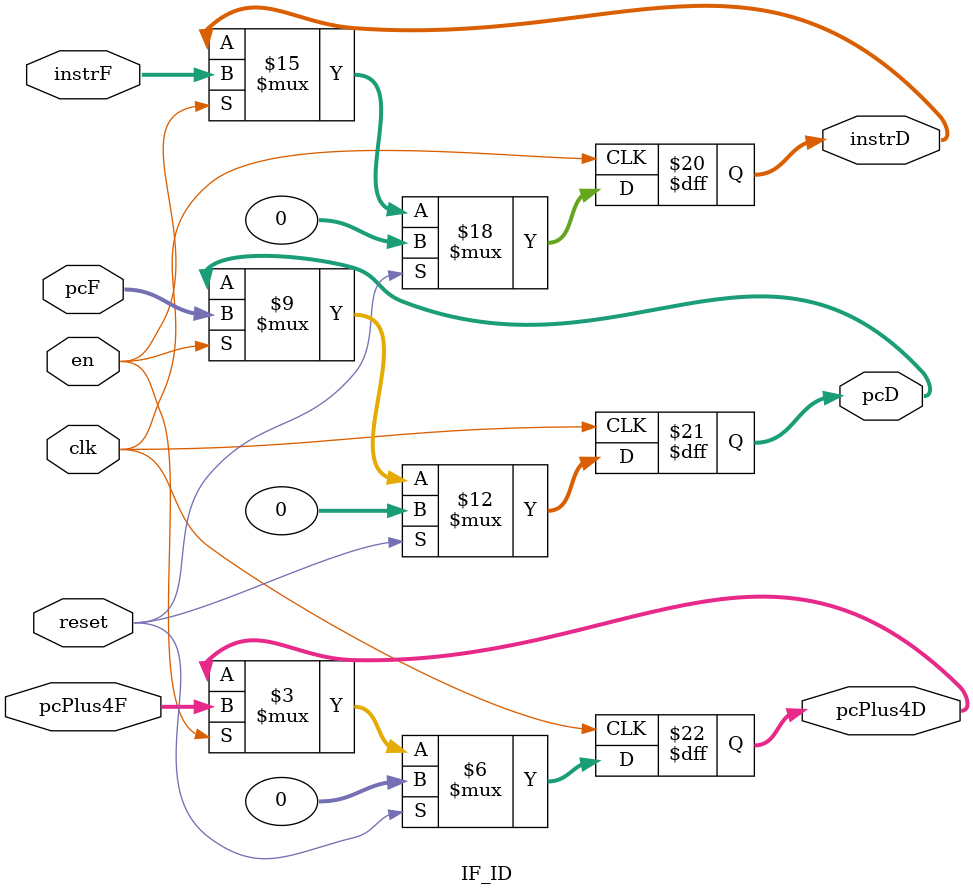
<source format=v>
`timescale 1ns / 1ps
module IF_ID(
    input [31:0] instrF,
    input [31:0] pcF,
	 input clk,
    input en,
    input [31:0] pcPlus4F,
	 input reset,
	 
    output reg [31:0] instrD,
    output reg [31:0] pcD ,
    output reg [31:0] pcPlus4D
    );
	 always@(posedge clk)begin
	    if(reset)begin
		    instrD = 0;
			 pcD = 0;
			 pcPlus4D = 0;
		 end
		 else begin
	       if(en)begin
		       instrD <= instrF;
			    pcD <= pcF;
			    pcPlus4D <= pcPlus4F;
		    end
		    else begin
		       instrD <= instrD;
			    pcD <= pcD;
		   	 pcPlus4D <= pcPlus4D;
		    end
		end
	 end


endmodule

</source>
